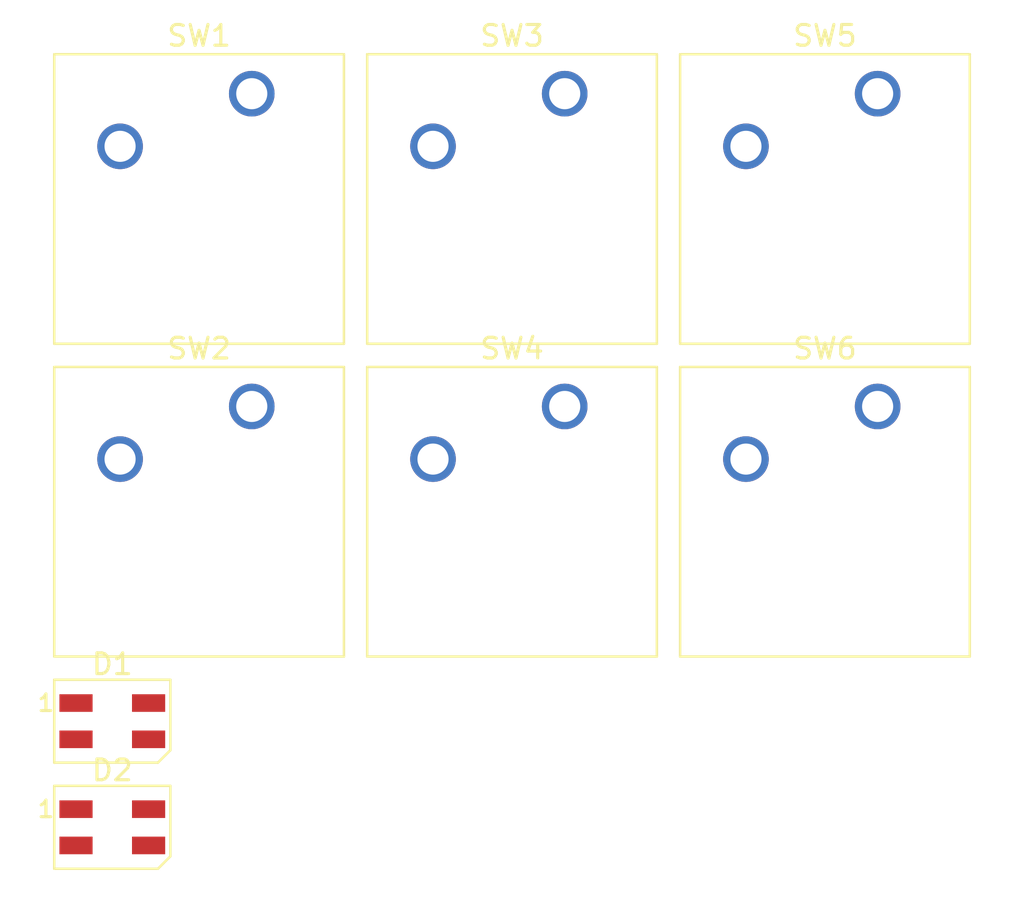
<source format=kicad_pcb>
(kicad_pcb (version 20241229) (generator "pcbnew") (generator_version "9.0")
  (layers (0 "F.Cu" signal) (2 "B.Cu" signal) (13 "F.Paste" user) (15 "B.Paste" user) (5 "F.SilkS" user "F.Silkscreen") (7 "B.SilkS" user "B.Silkscreen") (1 "F.Mask" user) (3 "B.Mask" user) (25 "Edge.Cuts" user))
  (net 0 "")
  (net 1 "Net-(D1-DOUT)")
  (net 3 "+5V")
  (net 4 "GND")
  (net 6 "Net-(U2-GPIO1{slash}RX)")
  (net 7 "Net-(U2-GPIO2{slash}SCK)")
  (net 8 "Net-(U2-GPIO4{slash}MISO)")
  (net 9 "Net-(U2-GPIO3{slash}MOSI)")
  (net 10 "Net-(U2-GPIO6{slash}SDA)")
  (net 11 "Net-(U2-GPIO7{slash}SCL)")
  (footprint "Button_Switch_Keyboard:SW_Cherry_MX_1.00u_PCB" (layer "F.Cu") (at 105.78 66.33)
    (property "Reference" "SW1" (at -2.54 -2.794 0) (layer "F.SilkS"))
    (property "Value" "SW_Push")
    (fp_line (start -9.525 -1.905) (end 4.445 -1.905) (stroke (width 0.12)) (layer "F.SilkS"))
    (fp_line (start -9.525 12.065) (end -9.525 -1.905) (stroke (width 0.12)) (layer "F.SilkS"))
    (fp_line (start 4.445 -1.905) (end 4.445 12.065) (stroke (width 0.12)) (layer "F.SilkS"))
    (fp_line (start 4.445 12.065) (end -9.525 12.065) (stroke (width 0.12)) (layer "F.SilkS"))
    (pad "" np_thru_hole circle (at -7.62 5.08) (size 1.7 1.7) (drill 1.7) (layers "*.Cu" "*.Mask"))
    (pad "" np_thru_hole circle (at -2.54 5.08) (size 4 4) (drill 4) (layers "*.Cu" "*.Mask"))
    (pad "" np_thru_hole circle (at 2.54 5.08) (size 1.7 1.7) (drill 1.7) (layers "*.Cu" "*.Mask"))
    (pad "1" thru_hole circle (at 0 0) (size 2.2 2.2) (drill 1.5) (layers "*.Cu" "*.Mask") (net 4 "GND"))
    (pad "2" thru_hole circle (at -6.35 2.54) (size 2.2 2.2) (drill 1.5) (layers "*.Cu" "*.Mask") (net 6 "Net-(U2-GPIO1{slash}RX)"))
  )
  (footprint "Button_Switch_Keyboard:SW_Cherry_MX_1.00u_PCB" (layer "F.Cu") (at 105.78 81.42)
    (property "Reference" "SW2" (at -2.54 -2.794 0) (layer "F.SilkS"))
    (property "Value" "SW_Push")
    (fp_line (start -9.525 -1.905) (end 4.445 -1.905) (stroke (width 0.12)) (layer "F.SilkS"))
    (fp_line (start -9.525 12.065) (end -9.525 -1.905) (stroke (width 0.12)) (layer "F.SilkS"))
    (fp_line (start 4.445 -1.905) (end 4.445 12.065) (stroke (width 0.12)) (layer "F.SilkS"))
    (fp_line (start 4.445 12.065) (end -9.525 12.065) (stroke (width 0.12)) (layer "F.SilkS"))
    (pad "" np_thru_hole circle (at -7.62 5.08) (size 1.7 1.7) (drill 1.7) (layers "*.Cu" "*.Mask"))
    (pad "" np_thru_hole circle (at -2.54 5.08) (size 4 4) (drill 4) (layers "*.Cu" "*.Mask"))
    (pad "" np_thru_hole circle (at 2.54 5.08) (size 1.7 1.7) (drill 1.7) (layers "*.Cu" "*.Mask"))
    (pad "1" thru_hole circle (at 0 0) (size 2.2 2.2) (drill 1.5) (layers "*.Cu" "*.Mask") (net 4 "GND"))
    (pad "2" thru_hole circle (at -6.35 2.54) (size 2.2 2.2) (drill 1.5) (layers "*.Cu" "*.Mask") (net 7 "Net-(U2-GPIO2{slash}SCK)"))
  )
  (footprint "Button_Switch_Keyboard:SW_Cherry_MX_1.00u_PCB" (layer "F.Cu") (at 120.87 81.42)
    (property "Reference" "SW4" (at -2.54 -2.794 0) (layer "F.SilkS"))
    (property "Value" "SW_Push")
    (fp_line (start -9.525 -1.905) (end 4.445 -1.905) (stroke (width 0.12)) (layer "F.SilkS"))
    (fp_line (start -9.525 12.065) (end -9.525 -1.905) (stroke (width 0.12)) (layer "F.SilkS"))
    (fp_line (start 4.445 -1.905) (end 4.445 12.065) (stroke (width 0.12)) (layer "F.SilkS"))
    (fp_line (start 4.445 12.065) (end -9.525 12.065) (stroke (width 0.12)) (layer "F.SilkS"))
    (pad "" np_thru_hole circle (at -7.62 5.08) (size 1.7 1.7) (drill 1.7) (layers "*.Cu" "*.Mask"))
    (pad "" np_thru_hole circle (at -2.54 5.08) (size 4 4) (drill 4) (layers "*.Cu" "*.Mask"))
    (pad "" np_thru_hole circle (at 2.54 5.08) (size 1.7 1.7) (drill 1.7) (layers "*.Cu" "*.Mask"))
    (pad "1" thru_hole circle (at 0 0) (size 2.2 2.2) (drill 1.5) (layers "*.Cu" "*.Mask") (net 4 "GND"))
    (pad "2" thru_hole circle (at -6.35 2.54) (size 2.2 2.2) (drill 1.5) (layers "*.Cu" "*.Mask") (net 9 "Net-(U2-GPIO3{slash}MOSI)"))
  )
  (footprint "LED_SMD:LED_SK6812MINI_PLCC4_3.5x3.5mm_P1.75mm" (layer "F.Cu") (at 99.055 96.605)
    (property "Reference" "D1" (at 0 -2.75 0) (layer "F.SilkS"))
    (property "Value" "SK6812MINI")
    (fp_line (start -2.8 -2) (end -2.8 2) (stroke (width 0.12)) (layer "F.SilkS"))
    (fp_line (start -2.8 -2) (end 2.8 -2) (stroke (width 0.12)) (layer "F.SilkS"))
    (fp_line (start -2.8 2) (end 2.2 2) (stroke (width 0.12)) (layer "F.SilkS"))
    (fp_line (start 2.8 1.4) (end 2.2 2) (stroke (width 0.12)) (layer "F.SilkS"))
    (fp_line (start 2.8 1.4) (end 2.8 -2) (stroke (width 0.12)) (layer "F.SilkS"))
    (fp_text user "1" (at -3.2 -0.875 0) (layer "F.SilkS") (effects (font (size 0.8 0.8))))
    (pad "1" smd rect (at -1.75 -0.875) (size 1.6 0.85) (layers "F.Cu" "F.Mask" "F.Paste") (net 1 "Net-(D1-DOUT)"))
    (pad "2" smd rect (at -1.75 0.875) (size 1.6 0.85) (layers "F.Cu" "F.Mask" "F.Paste") (net 4 "GND"))
    (pad "3" smd rect (at 1.75 0.875) (size 1.6 0.85) (layers "F.Cu" "F.Mask" "F.Paste"))
    (pad "4" smd rect (at 1.75 -0.875) (size 1.6 0.85) (layers "F.Cu" "F.Mask" "F.Paste") (net 3 "+5V"))
  )
  (footprint "LED_SMD:LED_SK6812MINI_PLCC4_3.5x3.5mm_P1.75mm" (layer "F.Cu") (at 99.055 101.725)
    (property "Reference" "D2" (at 0 -2.75 0) (layer "F.SilkS"))
    (property "Value" "SK6812MINI")
    (fp_line (start -2.8 -2) (end -2.8 2) (stroke (width 0.12)) (layer "F.SilkS"))
    (fp_line (start -2.8 -2) (end 2.8 -2) (stroke (width 0.12)) (layer "F.SilkS"))
    (fp_line (start -2.8 2) (end 2.2 2) (stroke (width 0.12)) (layer "F.SilkS"))
    (fp_line (start 2.8 1.4) (end 2.2 2) (stroke (width 0.12)) (layer "F.SilkS"))
    (fp_line (start 2.8 1.4) (end 2.8 -2) (stroke (width 0.12)) (layer "F.SilkS"))
    (fp_text user "1" (at -3.2 -0.875 0) (layer "F.SilkS") (effects (font (size 0.8 0.8))))
    (pad "1" smd rect (at -1.75 -0.875) (size 1.6 0.85) (layers "F.Cu" "F.Mask" "F.Paste"))
    (pad "2" smd rect (at -1.75 0.875) (size 1.6 0.85) (layers "F.Cu" "F.Mask" "F.Paste") (net 4 "GND"))
    (pad "3" smd rect (at 1.75 0.875) (size 1.6 0.85) (layers "F.Cu" "F.Mask" "F.Paste") (net 1 "Net-(D1-DOUT)"))
    (pad "4" smd rect (at 1.75 -0.875) (size 1.6 0.85) (layers "F.Cu" "F.Mask" "F.Paste") (net 3 "+5V"))
  )
  (footprint "Button_Switch_Keyboard:SW_Cherry_MX_1.00u_PCB" (layer "F.Cu") (at 120.87 66.33)
    (property "Reference" "SW3" (at -2.54 -2.794 0) (layer "F.SilkS"))
    (property "Value" "SW_Push")
    (fp_line (start -9.525 -1.905) (end 4.445 -1.905) (stroke (width 0.12)) (layer "F.SilkS"))
    (fp_line (start -9.525 12.065) (end -9.525 -1.905) (stroke (width 0.12)) (layer "F.SilkS"))
    (fp_line (start 4.445 -1.905) (end 4.445 12.065) (stroke (width 0.12)) (layer "F.SilkS"))
    (fp_line (start 4.445 12.065) (end -9.525 12.065) (stroke (width 0.12)) (layer "F.SilkS"))
    (pad "" np_thru_hole circle (at -7.62 5.08) (size 1.7 1.7) (drill 1.7) (layers "*.Cu" "*.Mask"))
    (pad "" np_thru_hole circle (at -2.54 5.08) (size 4 4) (drill 4) (layers "*.Cu" "*.Mask"))
    (pad "" np_thru_hole circle (at 2.54 5.08) (size 1.7 1.7) (drill 1.7) (layers "*.Cu" "*.Mask"))
    (pad "1" thru_hole circle (at 0 0) (size 2.2 2.2) (drill 1.5) (layers "*.Cu" "*.Mask") (net 4 "GND"))
    (pad "2" thru_hole circle (at -6.35 2.54) (size 2.2 2.2) (drill 1.5) (layers "*.Cu" "*.Mask") (net 8 "Net-(U2-GPIO4{slash}MISO)"))
  )
  (footprint "Button_Switch_Keyboard:SW_Cherry_MX_1.00u_PCB" (layer "F.Cu") (at 135.96 81.42)
    (property "Reference" "SW6" (at -2.54 -2.794 0) (layer "F.SilkS"))
    (property "Value" "SW_Push")
    (fp_line (start -9.525 -1.905) (end 4.445 -1.905) (stroke (width 0.12)) (layer "F.SilkS"))
    (fp_line (start -9.525 12.065) (end -9.525 -1.905) (stroke (width 0.12)) (layer "F.SilkS"))
    (fp_line (start 4.445 -1.905) (end 4.445 12.065) (stroke (width 0.12)) (layer "F.SilkS"))
    (fp_line (start 4.445 12.065) (end -9.525 12.065) (stroke (width 0.12)) (layer "F.SilkS"))
    (pad "" np_thru_hole circle (at -7.62 5.08) (size 1.7 1.7) (drill 1.7) (layers "*.Cu" "*.Mask"))
    (pad "" np_thru_hole circle (at -2.54 5.08) (size 4 4) (drill 4) (layers "*.Cu" "*.Mask"))
    (pad "" np_thru_hole circle (at 2.54 5.08) (size 1.7 1.7) (drill 1.7) (layers "*.Cu" "*.Mask"))
    (pad "1" thru_hole circle (at 0 0) (size 2.2 2.2) (drill 1.5) (layers "*.Cu" "*.Mask") (net 4 "GND"))
    (pad "2" thru_hole circle (at -6.35 2.54) (size 2.2 2.2) (drill 1.5) (layers "*.Cu" "*.Mask") (net 11 "Net-(U2-GPIO7{slash}SCL)"))
  )
  (footprint "Button_Switch_Keyboard:SW_Cherry_MX_1.00u_PCB" (layer "F.Cu") (at 135.96 66.33)
    (property "Reference" "SW5" (at -2.54 -2.794 0) (layer "F.SilkS"))
    (property "Value" "SW_Push")
    (fp_line (start -9.525 -1.905) (end 4.445 -1.905) (stroke (width 0.12)) (layer "F.SilkS"))
    (fp_line (start -9.525 12.065) (end -9.525 -1.905) (stroke (width 0.12)) (layer "F.SilkS"))
    (fp_line (start 4.445 -1.905) (end 4.445 12.065) (stroke (width 0.12)) (layer "F.SilkS"))
    (fp_line (start 4.445 12.065) (end -9.525 12.065) (stroke (width 0.12)) (layer "F.SilkS"))
    (pad "" np_thru_hole circle (at -7.62 5.08) (size 1.7 1.7) (drill 1.7) (layers "*.Cu" "*.Mask"))
    (pad "" np_thru_hole circle (at -2.54 5.08) (size 4 4) (drill 4) (layers "*.Cu" "*.Mask"))
    (pad "" np_thru_hole circle (at 2.54 5.08) (size 1.7 1.7) (drill 1.7) (layers "*.Cu" "*.Mask"))
    (pad "1" thru_hole circle (at 0 0) (size 2.2 2.2) (drill 1.5) (layers "*.Cu" "*.Mask") (net 4 "GND"))
    (pad "2" thru_hole circle (at -6.35 2.54) (size 2.2 2.2) (drill 1.5) (layers "*.Cu" "*.Mask") (net 10 "Net-(U2-GPIO6{slash}SDA)"))
  )
)
</source>
